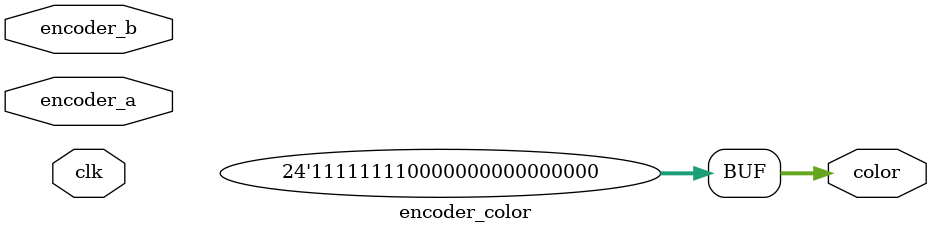
<source format=v>
module encoder_color ( clk , encoder_a ,  encoder_b , color);

input clk;
input encoder_a;
input encoder_b;
output reg [23:0] color;

initial begin
color=24'hFF0000;
end


endmodule

</source>
